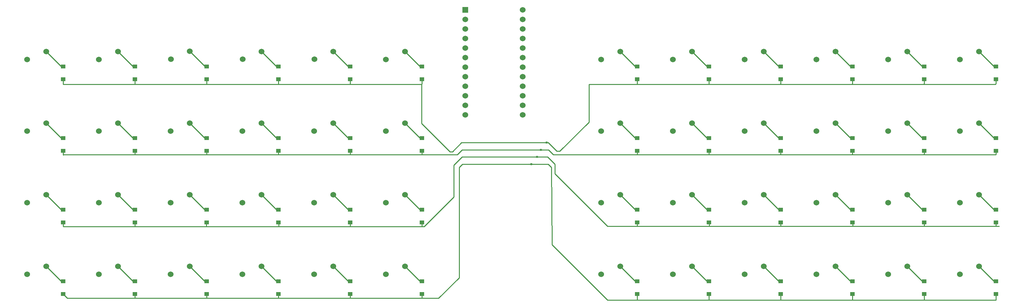
<source format=gbl>
G04 Layer: BottomLayer*
G04 EasyEDA v6.5.22, 2022-11-03 13:25:14*
G04 daeccbeab38c4538aae3d189e396c967,14fd66e66b1542709ab820776f733a5e,10*
G04 Gerber Generator version 0.2*
G04 Scale: 100 percent, Rotated: No, Reflected: No *
G04 Dimensions in millimeters *
G04 leading zeros omitted , absolute positions ,4 integer and 5 decimal *
%FSLAX45Y45*%
%MOMM*%

%AMMACRO1*21,1,$1,$2,0,0,$3*%
%ADD10C,0.2540*%
%ADD11MACRO1,0.95X1.15X90.0000*%
%ADD12C,1.5240*%
%ADD13R,1.5240X1.5240*%
%ADD14C,0.6096*%
%ADD15C,0.0140*%

%LPD*%
D10*
X11929999Y3429990D02*
G01*
X12332949Y3027039D01*
X12383800Y3027039D01*
X10024999Y3429990D02*
G01*
X10427949Y3027039D01*
X10478599Y3027039D01*
X8119999Y3429990D02*
G01*
X8522949Y3027039D01*
X8573399Y3027039D01*
X6214999Y3429990D02*
G01*
X6617949Y3027039D01*
X6668201Y3027039D01*
X4309999Y3429990D02*
G01*
X4712949Y3027039D01*
X4763000Y3027039D01*
X2404999Y3429990D02*
G01*
X2807949Y3027039D01*
X2857799Y3027039D01*
X11929999Y5334990D02*
G01*
X12332749Y4932240D01*
X12383800Y4932240D01*
X10024999Y5334990D02*
G01*
X10427749Y4932240D01*
X10478599Y4932240D01*
X8119999Y5334990D02*
G01*
X8522749Y4932240D01*
X8573399Y4932240D01*
X6214999Y5334990D02*
G01*
X6617749Y4932240D01*
X6668201Y4932240D01*
X4309999Y5334990D02*
G01*
X4712749Y4932240D01*
X4763000Y4932240D01*
X2404999Y5334990D02*
G01*
X2807749Y4932240D01*
X2857799Y4932240D01*
X11929999Y7239990D02*
G01*
X12332548Y6837441D01*
X12383800Y6837441D01*
X10024999Y7239990D02*
G01*
X10427548Y6837441D01*
X10478599Y6837441D01*
X8119999Y7239990D02*
G01*
X8522548Y6837441D01*
X8573399Y6837441D01*
X6214999Y7239990D02*
G01*
X6617548Y6837441D01*
X6668201Y6837441D01*
X4309999Y7239990D02*
G01*
X4712548Y6837441D01*
X4763000Y6837441D01*
X2404999Y7239990D02*
G01*
X2807548Y6837441D01*
X2857799Y6837441D01*
X11929999Y9144990D02*
G01*
X12332350Y8742639D01*
X12383800Y8742639D01*
X10025999Y9145991D02*
G01*
X10429351Y8742639D01*
X10478599Y8742639D01*
X8120799Y9145991D02*
G01*
X8524151Y8742639D01*
X8573399Y8742639D01*
X6216802Y9147987D02*
G01*
X6622148Y8742641D01*
X6668206Y8742641D01*
X4309999Y9144990D02*
G01*
X4712350Y8742639D01*
X4763000Y8742639D01*
X2404999Y9144990D02*
G01*
X2807350Y8742639D01*
X2857799Y8742639D01*
X2857754Y8404097D02*
G01*
X2855975Y8270494D01*
X4759959Y8270494D01*
X4763008Y8273542D01*
X4763008Y8404097D01*
X4759959Y8270494D02*
G01*
X6663999Y8270501D01*
X6668211Y8274712D01*
X6668211Y8404148D01*
X6663999Y8270501D02*
G01*
X8568001Y8270501D01*
X8573388Y8275888D01*
X8573388Y8404148D01*
X8568001Y8270501D02*
G01*
X10472000Y8270501D01*
X10478592Y8277092D01*
X10478592Y8404148D01*
X10472000Y8270501D02*
G01*
X12376002Y8270501D01*
X12383795Y8278294D01*
X12383795Y8404148D01*
X2857754Y6498844D02*
G01*
X2857500Y6388100D01*
X2870200Y6400800D01*
X4763008Y6401307D01*
X4763008Y6498844D01*
X4763008Y6401307D02*
G01*
X6668261Y6401562D01*
X6668261Y6498844D01*
X6668261Y6401562D02*
G01*
X8573515Y6401562D01*
X8573515Y6498844D01*
X8573515Y6401562D02*
G01*
X10490200Y6400800D01*
X10478515Y6412484D01*
X10478515Y6498844D01*
X10490200Y6400800D02*
G01*
X12395200Y6400800D01*
X12383795Y6412204D01*
X12383795Y6498970D01*
X4763008Y4593844D02*
G01*
X4762500Y4483100D01*
X6668211Y4593767D02*
G01*
X6660134Y4585690D01*
X6660134Y4483100D01*
X8573388Y4593767D02*
G01*
X8577834Y4589322D01*
X8577834Y4483100D01*
X10478515Y4593844D02*
G01*
X10477500Y4483100D01*
X12383795Y4593767D02*
G01*
X12378761Y4588733D01*
X12378761Y4483100D01*
X12379391Y2578100D02*
G01*
X12383795Y2582504D01*
X12383795Y2688564D01*
X10492051Y2578100D02*
G01*
X10478592Y2591559D01*
X10478592Y2688564D01*
X8575040Y2578100D02*
G01*
X8573515Y2688589D01*
X6667500Y2578100D02*
G01*
X6668261Y2688589D01*
X4763008Y2688589D02*
G01*
X4760722Y2578100D01*
X27624989Y2688567D02*
G01*
X27624989Y2527300D01*
X25719801Y2688567D02*
G01*
X25719801Y2527300D01*
X23814603Y2688567D02*
G01*
X23814603Y2527300D01*
X21909404Y2688567D02*
G01*
X21909404Y2527300D01*
X20004194Y2688567D02*
G01*
X20004194Y2540000D01*
X18098996Y2688567D02*
G01*
X18098996Y2527300D01*
X27169996Y3429993D02*
G01*
X27572947Y3027039D01*
X27625001Y3027039D01*
X25264996Y3429993D02*
G01*
X25667947Y3027039D01*
X25719801Y3027039D01*
X23359996Y3429993D02*
G01*
X23762947Y3027039D01*
X23814590Y3027039D01*
X21454996Y3429993D02*
G01*
X21857947Y3027039D01*
X21909392Y3027039D01*
X19549996Y3429993D02*
G01*
X19952947Y3027039D01*
X20004194Y3027039D01*
X17644996Y3429993D02*
G01*
X18047947Y3027039D01*
X18098996Y3027039D01*
X27169996Y5334993D02*
G01*
X27572749Y4932238D01*
X27625001Y4932238D01*
X25264996Y5334993D02*
G01*
X25667749Y4932238D01*
X25719801Y4932238D01*
X23359996Y5334993D02*
G01*
X23762749Y4932238D01*
X23814590Y4932238D01*
X21454996Y5334993D02*
G01*
X21857749Y4932238D01*
X21909392Y4932238D01*
X19549996Y5334993D02*
G01*
X19952749Y4932238D01*
X20004194Y4932238D01*
X17644996Y5334993D02*
G01*
X18047749Y4932238D01*
X18098996Y4932238D01*
X27169996Y7239993D02*
G01*
X27572538Y6837443D01*
X27625001Y6837443D01*
X25264996Y7239993D02*
G01*
X25667538Y6837443D01*
X25719801Y6837443D01*
X23359996Y7239993D02*
G01*
X23762538Y6837443D01*
X23814590Y6837443D01*
X21454996Y7239993D02*
G01*
X21857538Y6837443D01*
X21909392Y6837443D01*
X19549996Y7239993D02*
G01*
X19952538Y6837443D01*
X20004194Y6837443D01*
X17644996Y7239993D02*
G01*
X18047538Y6837443D01*
X18098996Y6837443D01*
X27169996Y9144993D02*
G01*
X27572340Y8742641D01*
X27625001Y8742641D01*
X25264996Y9144993D02*
G01*
X25667340Y8742641D01*
X25719801Y8742641D01*
X23359996Y9144993D02*
G01*
X23762340Y8742641D01*
X23815200Y8742641D01*
X21454996Y9144993D02*
G01*
X21857340Y8742641D01*
X21909392Y8742641D01*
X19549996Y9144993D02*
G01*
X19952340Y8742641D01*
X20004194Y8742641D01*
X17644996Y9144993D02*
G01*
X18047340Y8742641D01*
X18099590Y8742641D01*
X18099529Y8282371D02*
G01*
X18111398Y8270504D01*
X19990998Y8270504D01*
X20004194Y8283699D01*
X20004194Y8404151D01*
X19990998Y8270504D02*
G01*
X21894993Y8270504D01*
X21909404Y8284900D01*
X21909404Y8404151D01*
X21902783Y8278284D02*
G01*
X21910570Y8270504D01*
X23799002Y8270504D01*
X23815187Y8286694D01*
X23815187Y8404151D01*
X23799002Y8270504D02*
G01*
X25702996Y8270504D01*
X25719801Y8287308D01*
X25719801Y8404151D01*
X25702996Y8270504D02*
G01*
X27607006Y8270504D01*
X27624989Y8288487D01*
X27624989Y8404151D01*
X18110194Y6400800D02*
G01*
X20004267Y6402580D01*
X20004267Y6457950D01*
X20004267Y6402580D02*
G01*
X21894794Y6400800D01*
X21909529Y6415280D01*
X21909529Y6457950D01*
X21894794Y6400800D02*
G01*
X23799794Y6400800D01*
X23814603Y6415608D01*
X23814603Y6458074D01*
X23799794Y6400800D02*
G01*
X25704794Y6400800D01*
X25719801Y6415813D01*
X25719801Y6458074D01*
X25704794Y6400800D02*
G01*
X27625037Y6403342D01*
X27625037Y6498846D01*
X18099021Y4593846D02*
G01*
X18098513Y4495800D01*
X20004194Y4593765D02*
G01*
X20010173Y4587793D01*
X20010173Y4495800D01*
X21909529Y4593846D02*
G01*
X21910545Y4495800D01*
X23814603Y4593765D02*
G01*
X23820173Y4588202D01*
X23820173Y4495800D01*
X25719801Y4593765D02*
G01*
X25715760Y4589724D01*
X25715760Y4495800D01*
X27624989Y4593765D02*
G01*
X27619469Y4588253D01*
X27619469Y4495800D01*
X15290800Y6146800D02*
G01*
X15735300Y6146800D01*
X15824200Y6057900D01*
X15836900Y4002788D01*
X17312380Y2527300D01*
X27614623Y2527300D01*
X15697200Y6718300D02*
G01*
X13436600Y6718300D01*
X13195300Y6477000D01*
X13131800Y6477000D01*
X12375901Y7232904D01*
X12375901Y8270496D01*
X18099534Y8404100D02*
G01*
X18099534Y8270496D01*
X16817591Y8270496D01*
X16817591Y7267196D01*
X16040100Y6489700D01*
X15963900Y6489700D01*
X15735300Y6718300D01*
X15697200Y6718300D01*
X15443200Y6337300D02*
G01*
X13449300Y6337300D01*
X13233400Y6121400D01*
X13233400Y5270500D01*
X12446000Y4483100D01*
X2870200Y4483100D01*
X2857500Y4495800D01*
X2857748Y4593846D01*
X27711400Y4495800D02*
G01*
X17310100Y4495800D01*
X15913100Y5892800D01*
X15913100Y6146800D01*
X15722600Y6337300D01*
X15443200Y6337300D01*
X15544800Y6527800D02*
G01*
X15748000Y6527800D01*
X15875000Y6400800D01*
X18099026Y6400800D01*
X18099026Y6457950D01*
X12395200Y6400800D02*
G01*
X13322300Y6400800D01*
X13449300Y6527800D01*
X15544800Y6527800D01*
X2857748Y2688592D02*
G01*
X2968241Y2578100D01*
X12827000Y2578100D01*
X13373100Y3124200D01*
X13373100Y6057900D01*
X13462000Y6146800D01*
X15290800Y6146800D01*
D11*
G01*
X2857799Y6837441D03*
G01*
X2857799Y6498960D03*
G01*
X4763000Y6837441D03*
G01*
X4763000Y6498960D03*
G01*
X6668201Y6837441D03*
G01*
X6668201Y6498960D03*
G01*
X8573399Y6837441D03*
G01*
X8573399Y6498960D03*
G01*
X10478599Y6837441D03*
G01*
X10478599Y6498960D03*
G01*
X12383800Y6837441D03*
G01*
X12383800Y6498960D03*
G01*
X18099001Y6837441D03*
G01*
X18099001Y6498960D03*
G01*
X20004199Y6837441D03*
G01*
X20004199Y6498960D03*
G01*
X21909399Y6837441D03*
G01*
X21909399Y6498960D03*
G01*
X23814600Y6837441D03*
G01*
X23814600Y6498960D03*
G01*
X25719801Y6837441D03*
G01*
X25719801Y6498960D03*
G01*
X27624999Y6837441D03*
G01*
X27624999Y6498960D03*
G01*
X2857799Y3027039D03*
G01*
X2857799Y2688559D03*
G01*
X4763000Y3027039D03*
G01*
X4763000Y2688559D03*
G01*
X6668201Y3027039D03*
G01*
X6668201Y2688559D03*
G01*
X8573399Y3027039D03*
G01*
X8573399Y2688559D03*
G01*
X10478599Y3027039D03*
G01*
X10478599Y2688559D03*
G01*
X12383800Y3027039D03*
G01*
X12383800Y2688559D03*
G01*
X18099001Y3027039D03*
G01*
X18099001Y2688559D03*
G01*
X20004199Y3027039D03*
G01*
X20004199Y2688559D03*
G01*
X21909399Y3027039D03*
G01*
X21909399Y2688559D03*
G01*
X23814600Y3027039D03*
G01*
X23814600Y2688559D03*
G01*
X25719801Y3027039D03*
G01*
X25719801Y2688559D03*
G01*
X27624999Y3027039D03*
G01*
X27624999Y2688559D03*
G01*
X18099600Y8742639D03*
G01*
X18099600Y8404158D03*
G01*
X20004199Y8742639D03*
G01*
X20004199Y8404158D03*
G01*
X21909399Y8742639D03*
G01*
X21909399Y8404158D03*
G01*
X23815200Y8742639D03*
G01*
X23815200Y8404158D03*
G01*
X25719801Y8742639D03*
G01*
X25719801Y8404158D03*
G01*
X27624999Y8742639D03*
G01*
X27624999Y8404158D03*
G01*
X2857799Y4932240D03*
G01*
X2857799Y4593760D03*
G01*
X4763000Y4932240D03*
G01*
X4763000Y4593760D03*
G01*
X6668201Y4932240D03*
G01*
X6668201Y4593760D03*
G01*
X8573399Y4932240D03*
G01*
X8573399Y4593760D03*
G01*
X10478599Y4932240D03*
G01*
X10478599Y4593760D03*
G01*
X12383800Y4932240D03*
G01*
X12383800Y4593760D03*
G01*
X18099001Y4932240D03*
G01*
X18099001Y4593760D03*
G01*
X20004199Y4932240D03*
G01*
X20004199Y4593760D03*
G01*
X21909399Y4932240D03*
G01*
X21909399Y4593760D03*
G01*
X23814600Y4932240D03*
G01*
X23814600Y4593760D03*
G01*
X25719801Y4932240D03*
G01*
X25719801Y4593760D03*
G01*
X27624999Y4932240D03*
G01*
X27624999Y4593760D03*
G01*
X12383800Y8742639D03*
G01*
X12383800Y8404158D03*
G01*
X10478599Y8742639D03*
G01*
X10478599Y8404158D03*
G01*
X8573399Y8742639D03*
G01*
X8573399Y8404158D03*
G01*
X6668201Y8742639D03*
G01*
X6668201Y8404158D03*
G01*
X4763000Y8742639D03*
G01*
X4763000Y8404158D03*
G01*
X2857799Y8742639D03*
G01*
X2857799Y8404158D03*
D12*
G01*
X1905000Y5125008D03*
G01*
X2404999Y5334990D03*
G01*
X3810000Y5125008D03*
G01*
X4309999Y5334990D03*
G01*
X5715000Y5125008D03*
G01*
X6214999Y5334990D03*
G01*
X7620000Y5125008D03*
G01*
X8119999Y5334990D03*
G01*
X9525000Y5125008D03*
G01*
X10024999Y5334990D03*
G01*
X11430000Y5125008D03*
G01*
X11929999Y5334990D03*
G01*
X17145000Y5125008D03*
G01*
X17644999Y5334990D03*
G01*
X19050000Y5125008D03*
G01*
X19549999Y5334990D03*
G01*
X20955000Y5125008D03*
G01*
X21454999Y5334990D03*
G01*
X22860000Y5125008D03*
G01*
X23359999Y5334990D03*
G01*
X24765000Y5125008D03*
G01*
X25264999Y5334990D03*
G01*
X26670000Y5125008D03*
G01*
X27169999Y5334990D03*
G01*
X1905000Y8935008D03*
G01*
X2404999Y9144990D03*
G01*
X3810000Y8935008D03*
G01*
X4309999Y9144990D03*
G01*
X5716803Y8938005D03*
G01*
X6216802Y9147987D03*
G01*
X7620812Y8935999D03*
G01*
X8120811Y9145981D03*
G01*
X9525990Y8935999D03*
G01*
X10025989Y9145981D03*
G01*
X11430000Y8935008D03*
G01*
X11929999Y9144990D03*
G01*
X17145000Y8935008D03*
G01*
X17644999Y9144990D03*
G01*
X19050000Y8935008D03*
G01*
X19549999Y9144990D03*
G01*
X20955000Y8935008D03*
G01*
X21454999Y9144990D03*
G01*
X22860000Y8935008D03*
G01*
X23359999Y9144990D03*
G01*
X24765000Y8935008D03*
G01*
X25264999Y9144990D03*
G01*
X26670000Y8935008D03*
G01*
X27169999Y9144990D03*
G01*
X1905000Y7030008D03*
G01*
X2404999Y7239990D03*
G01*
X3810000Y7030008D03*
G01*
X4309999Y7239990D03*
G01*
X5715000Y7030008D03*
G01*
X6214999Y7239990D03*
G01*
X7620000Y7030008D03*
G01*
X8119999Y7239990D03*
G01*
X9525000Y7030008D03*
G01*
X10024999Y7239990D03*
G01*
X11430000Y7030008D03*
G01*
X11929999Y7239990D03*
G01*
X17145000Y7030008D03*
G01*
X17644999Y7239990D03*
G01*
X19050000Y7030008D03*
G01*
X19549999Y7239990D03*
G01*
X20955000Y7030008D03*
G01*
X21454999Y7239990D03*
G01*
X22860000Y7030008D03*
G01*
X23359999Y7239990D03*
G01*
X24765000Y7030008D03*
G01*
X25264999Y7239990D03*
G01*
X26670000Y7030008D03*
G01*
X27169999Y7239990D03*
G01*
X1905000Y3220008D03*
G01*
X2404999Y3429990D03*
G01*
X3810000Y3220008D03*
G01*
X4309999Y3429990D03*
G01*
X5715000Y3220008D03*
G01*
X6214999Y3429990D03*
G01*
X7620000Y3220008D03*
G01*
X8119999Y3429990D03*
G01*
X9525000Y3220008D03*
G01*
X10024999Y3429990D03*
G01*
X11430000Y3220008D03*
G01*
X11929999Y3429990D03*
G01*
X17145000Y3220008D03*
G01*
X17644999Y3429990D03*
G01*
X19050000Y3220008D03*
G01*
X19549999Y3429990D03*
G01*
X20955000Y3220008D03*
G01*
X21454999Y3429990D03*
G01*
X22860000Y3220008D03*
G01*
X23359999Y3429990D03*
G01*
X24765000Y3220008D03*
G01*
X25264999Y3429990D03*
G01*
X26670000Y3220008D03*
G01*
X27169999Y3429990D03*
D13*
G01*
X13538200Y10248900D03*
D12*
G01*
X13538200Y9994900D03*
G01*
X13538200Y9486900D03*
G01*
X13538200Y9232900D03*
G01*
X13538200Y8978900D03*
G01*
X13538200Y8724900D03*
G01*
X13538200Y8470900D03*
G01*
X13538200Y8216900D03*
G01*
X13538200Y7962900D03*
G01*
X13538200Y7708900D03*
G01*
X13538200Y7454900D03*
G01*
X15062200Y7454900D03*
G01*
X15062200Y7708900D03*
G01*
X15062200Y7962900D03*
G01*
X15062200Y8216900D03*
G01*
X15062200Y8470900D03*
G01*
X15062200Y8724900D03*
G01*
X15062200Y8978900D03*
G01*
X15062200Y9232900D03*
G01*
X15062200Y9486900D03*
G01*
X15062200Y9740900D03*
G01*
X15062200Y9994900D03*
G01*
X15062200Y10248900D03*
G01*
X13538200Y9740900D03*
D14*
G01*
X15697200Y6718300D03*
G01*
X15544800Y6527800D03*
G01*
X15443200Y6337300D03*
G01*
X15290800Y6146800D03*
M02*

</source>
